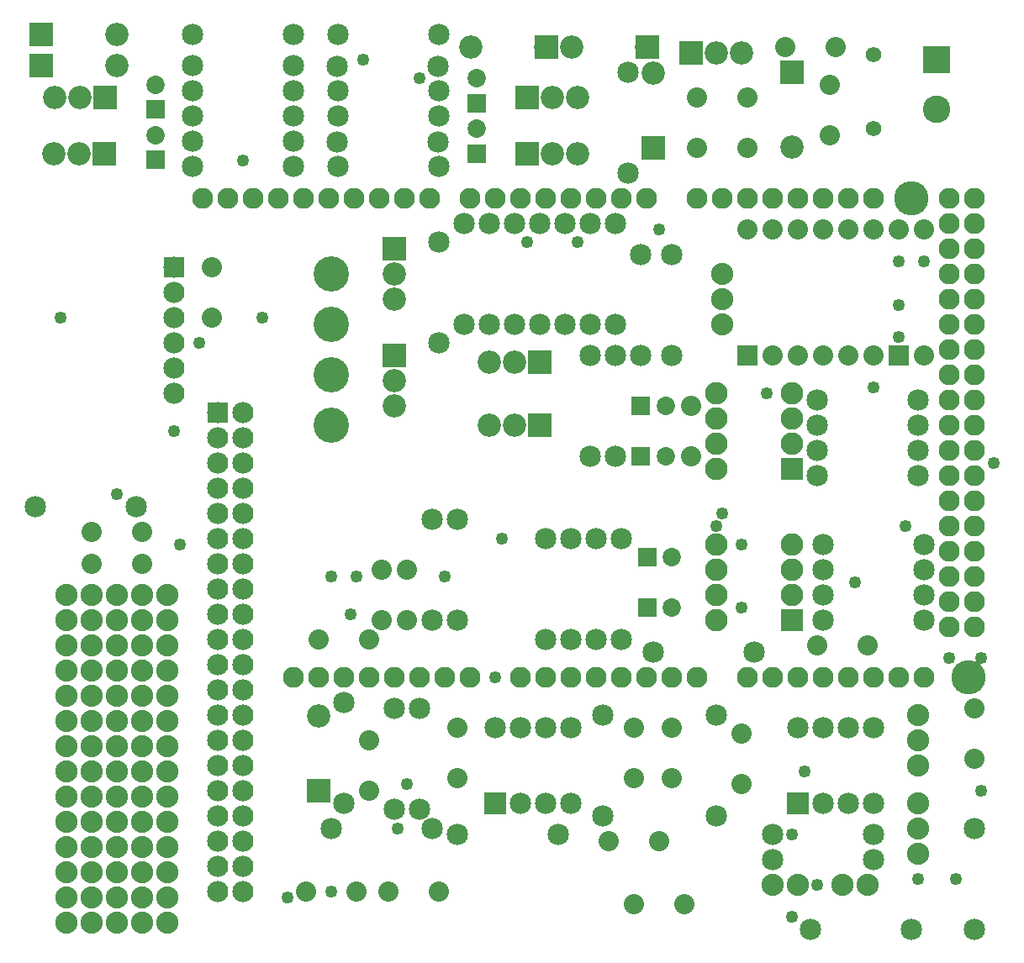
<source format=gts>
G04 MADE WITH FRITZING*
G04 WWW.FRITZING.ORG*
G04 DOUBLE SIDED*
G04 HOLES PLATED*
G04 CONTOUR ON CENTER OF CONTOUR VECTOR*
%ASAXBY*%
%FSLAX23Y23*%
%MOIN*%
%OFA0B0*%
%SFA1.0B1.0*%
%ADD10C,0.084000*%
%ADD11C,0.049370*%
%ADD12C,0.085000*%
%ADD13C,0.080000*%
%ADD14C,0.088000*%
%ADD15C,0.140000*%
%ADD16C,0.082917*%
%ADD17C,0.135984*%
%ADD18C,0.092000*%
%ADD19C,0.061496*%
%ADD20C,0.089370*%
%ADD21C,0.072992*%
%ADD22C,0.109055*%
%ADD23R,0.084000X0.084000*%
%ADD24R,0.080000X0.080000*%
%ADD25R,0.085000X0.085000*%
%ADD26R,0.092000X0.092000*%
%ADD27R,0.089370X0.089370*%
%ADD28R,0.072992X0.072992*%
%ADD29R,0.109055X0.109055*%
%LNMASK1*%
G90*
G70*
G54D10*
X616Y2853D03*
X616Y2753D03*
X616Y2653D03*
X616Y2553D03*
X616Y2453D03*
X616Y2353D03*
G54D11*
X1366Y3678D03*
X3691Y1303D03*
X3816Y1303D03*
G54D12*
X2416Y3628D03*
X2416Y3228D03*
G54D11*
X3491Y2878D03*
X3491Y2703D03*
X3491Y2578D03*
X3066Y603D03*
X3116Y853D03*
X3591Y2878D03*
X2216Y2953D03*
X2016Y2953D03*
X966Y2653D03*
X716Y2553D03*
X391Y1953D03*
X616Y2203D03*
X641Y1753D03*
X2866Y1753D03*
X2966Y2353D03*
X3391Y2378D03*
X1502Y628D03*
G54D13*
X3591Y3003D03*
X3591Y2503D03*
X3491Y3003D03*
X3491Y2503D03*
X3391Y3003D03*
X3391Y2503D03*
X3291Y3003D03*
X3291Y2503D03*
X3191Y3003D03*
X3191Y2503D03*
X3091Y3003D03*
X3091Y2503D03*
X2991Y3003D03*
X2991Y2503D03*
X2891Y3003D03*
X2891Y2503D03*
G54D11*
X3866Y2078D03*
X1591Y3603D03*
X3166Y403D03*
X3716Y428D03*
X3816Y778D03*
X891Y3278D03*
X1541Y803D03*
X1891Y1228D03*
G54D12*
X3791Y228D03*
X3791Y628D03*
X3141Y228D03*
X3541Y228D03*
G54D14*
X191Y1553D03*
X291Y1553D03*
X391Y1553D03*
X491Y1553D03*
X591Y1553D03*
X191Y253D03*
X291Y253D03*
X391Y253D03*
X491Y253D03*
X591Y253D03*
X191Y853D03*
X191Y1153D03*
X191Y353D03*
X291Y353D03*
X391Y353D03*
X491Y353D03*
X591Y353D03*
X191Y1353D03*
X191Y1253D03*
X191Y1053D03*
X191Y753D03*
X191Y453D03*
X191Y953D03*
X191Y1453D03*
X191Y653D03*
X191Y553D03*
X291Y853D03*
X291Y1153D03*
X291Y1353D03*
X291Y1253D03*
X291Y1053D03*
X291Y753D03*
X291Y453D03*
X291Y953D03*
X291Y1453D03*
X291Y653D03*
X291Y553D03*
X391Y853D03*
X391Y1153D03*
X391Y1353D03*
X391Y1253D03*
X391Y1053D03*
X391Y753D03*
X391Y453D03*
X391Y953D03*
X391Y1453D03*
X391Y653D03*
X391Y553D03*
X491Y853D03*
X491Y1153D03*
X491Y1353D03*
X491Y1253D03*
X491Y1053D03*
X491Y753D03*
X491Y453D03*
X491Y953D03*
X491Y1453D03*
X491Y653D03*
X491Y553D03*
X591Y453D03*
X591Y553D03*
X591Y653D03*
X591Y753D03*
X591Y853D03*
X591Y953D03*
X591Y1053D03*
X591Y1153D03*
X591Y1253D03*
X591Y1353D03*
X591Y1453D03*
G54D12*
X1891Y728D03*
X1891Y1028D03*
X1991Y728D03*
X1991Y1028D03*
X2091Y728D03*
X2091Y1028D03*
X2191Y728D03*
X2191Y1028D03*
G54D15*
X1241Y2628D03*
X1241Y2828D03*
X1241Y2428D03*
X1241Y2228D03*
X1241Y2628D03*
X1241Y2828D03*
X1241Y2428D03*
X1241Y2228D03*
G54D11*
X1316Y1478D03*
X3316Y1603D03*
X2866Y1503D03*
X1916Y1778D03*
X1691Y1628D03*
X1241Y378D03*
X1066Y353D03*
X166Y2653D03*
X3566Y428D03*
X2541Y3003D03*
X3066Y278D03*
X2791Y1878D03*
X2766Y1828D03*
X1241Y1628D03*
X1341Y1628D03*
X3516Y1828D03*
G54D12*
X3091Y728D03*
X3091Y1028D03*
X3191Y728D03*
X3191Y1028D03*
X3291Y728D03*
X3291Y1028D03*
X3391Y728D03*
X3391Y1028D03*
G54D10*
X891Y2278D03*
X891Y2178D03*
X891Y2078D03*
X891Y1978D03*
X891Y1878D03*
X891Y1778D03*
X891Y1678D03*
X891Y1578D03*
X891Y1478D03*
X891Y1378D03*
X891Y1278D03*
X891Y1178D03*
X891Y1078D03*
X891Y978D03*
X891Y878D03*
X891Y778D03*
X891Y678D03*
X891Y578D03*
X891Y478D03*
X891Y378D03*
X791Y2278D03*
X791Y2178D03*
X791Y2078D03*
X791Y1978D03*
X791Y1878D03*
X791Y1778D03*
X791Y1678D03*
X791Y1578D03*
X791Y1478D03*
X791Y1378D03*
X791Y1278D03*
X791Y1178D03*
X791Y1078D03*
X791Y978D03*
X791Y878D03*
X791Y778D03*
X791Y678D03*
X791Y578D03*
X791Y478D03*
X791Y378D03*
G54D16*
X2991Y1228D03*
X1391Y1228D03*
X3091Y1228D03*
X3191Y1228D03*
X3291Y1228D03*
X3391Y1228D03*
X3691Y2628D03*
X3491Y1228D03*
X3591Y1228D03*
X1431Y3128D03*
X1991Y1228D03*
X2091Y1228D03*
X2191Y1228D03*
X2291Y1228D03*
X3691Y1828D03*
X2391Y1228D03*
X2491Y1228D03*
X2591Y1228D03*
X2691Y1228D03*
X2191Y3128D03*
X3691Y3028D03*
X3691Y2228D03*
X3691Y1428D03*
X1031Y3128D03*
X1791Y1228D03*
X1791Y3128D03*
X3691Y2828D03*
X3691Y2428D03*
X3691Y2028D03*
X3391Y3128D03*
X3691Y1628D03*
X3291Y3128D03*
X3191Y3128D03*
X3091Y3128D03*
X2991Y3128D03*
X2891Y3128D03*
X2791Y3128D03*
X2691Y3128D03*
X831Y3128D03*
X1231Y3128D03*
X1631Y3128D03*
X1191Y1228D03*
X1591Y1228D03*
X2391Y3128D03*
X1991Y3128D03*
X3691Y3128D03*
X3691Y2928D03*
X3691Y2728D03*
X3691Y2528D03*
X3691Y2328D03*
X3691Y2128D03*
X3691Y1928D03*
X3691Y1728D03*
X3691Y1528D03*
X731Y3128D03*
X931Y3128D03*
X1131Y3128D03*
X1331Y3128D03*
X1531Y3128D03*
X1091Y1228D03*
X1291Y1228D03*
X1491Y1228D03*
X1691Y1228D03*
X2491Y3128D03*
X2291Y3128D03*
X2091Y3128D03*
X1891Y3128D03*
X3791Y3128D03*
X3791Y3028D03*
X3791Y2928D03*
X3791Y2828D03*
X3791Y2728D03*
X3791Y2628D03*
X3791Y2528D03*
X3791Y2428D03*
X3791Y2328D03*
X3791Y2228D03*
X3791Y2128D03*
X3791Y2028D03*
X3791Y1928D03*
X3791Y1828D03*
X3791Y1728D03*
X3791Y1628D03*
X3791Y1528D03*
X3791Y1428D03*
X2891Y1228D03*
G54D17*
X3766Y1228D03*
X3541Y3128D03*
G54D18*
X1491Y2503D03*
X1491Y2403D03*
X1491Y2303D03*
X2066Y2478D03*
X1966Y2478D03*
X1866Y2478D03*
X1491Y2928D03*
X1491Y2828D03*
X1491Y2728D03*
X2066Y2228D03*
X1966Y2228D03*
X1866Y2228D03*
G54D13*
X1191Y1378D03*
X1391Y1378D03*
G54D12*
X1291Y728D03*
X1291Y1128D03*
G54D18*
X2516Y3328D03*
X2516Y3626D03*
G54D12*
X466Y1903D03*
X66Y1903D03*
G54D14*
X3566Y528D03*
X3566Y628D03*
X3566Y728D03*
X3566Y1078D03*
X3566Y978D03*
X3566Y878D03*
X2791Y2828D03*
X2791Y2728D03*
X2791Y2628D03*
G54D12*
X2991Y603D03*
X3391Y603D03*
X2991Y503D03*
X3391Y503D03*
G54D14*
X2991Y403D03*
X3091Y403D03*
X3266Y403D03*
X3366Y403D03*
G54D12*
X3591Y1453D03*
X3191Y1453D03*
X2366Y3028D03*
X2366Y2628D03*
X2266Y3028D03*
X2266Y2628D03*
X3566Y2028D03*
X3166Y2028D03*
X3591Y1753D03*
X3191Y1753D03*
X2166Y3028D03*
X2166Y2628D03*
X1666Y2953D03*
X1666Y2553D03*
X3566Y2328D03*
X3166Y2328D03*
G54D18*
X2666Y3703D03*
X2766Y3703D03*
X2866Y3703D03*
G54D13*
X3041Y3728D03*
X3241Y3728D03*
X2891Y3528D03*
X2891Y3328D03*
X3216Y3378D03*
X3216Y3578D03*
X2691Y3528D03*
X2691Y3328D03*
G54D18*
X3066Y3628D03*
X3066Y3330D03*
G54D19*
X3391Y3403D03*
X3391Y3698D03*
X3391Y3403D03*
X3391Y3698D03*
G54D20*
X3066Y1453D03*
X2766Y1453D03*
X3066Y1553D03*
X2766Y1553D03*
X3066Y1653D03*
X2766Y1653D03*
X3066Y1753D03*
X2766Y1753D03*
X3066Y2053D03*
X2766Y2053D03*
X3066Y2153D03*
X2766Y2153D03*
X3066Y2253D03*
X2766Y2253D03*
X3066Y2353D03*
X2766Y2353D03*
G54D12*
X3591Y1553D03*
X3191Y1553D03*
X1866Y3028D03*
X1866Y2628D03*
X1966Y3028D03*
X1966Y2628D03*
X3566Y2128D03*
X3166Y2128D03*
X3591Y1653D03*
X3191Y1653D03*
X2066Y3028D03*
X2066Y2628D03*
X1766Y3028D03*
X1766Y2628D03*
X3566Y2228D03*
X3166Y2228D03*
G54D13*
X3366Y1353D03*
X3166Y1353D03*
G54D12*
X2091Y1378D03*
X2091Y1778D03*
G54D13*
X2666Y2103D03*
X2666Y2303D03*
G54D12*
X2591Y2503D03*
X2591Y2903D03*
X2191Y1778D03*
X2191Y1378D03*
X2466Y2903D03*
X2466Y2503D03*
X2391Y1778D03*
X2391Y1378D03*
X2266Y2103D03*
X2266Y2503D03*
X2291Y1778D03*
X2291Y1378D03*
X2366Y2103D03*
X2366Y2503D03*
G54D21*
X2493Y1703D03*
X2591Y1703D03*
X2468Y2303D03*
X2566Y2303D03*
X2493Y1503D03*
X2591Y1503D03*
X2468Y2103D03*
X2566Y2103D03*
G54D12*
X1741Y1853D03*
X1741Y1453D03*
X2141Y603D03*
X1741Y603D03*
X1641Y628D03*
X1241Y628D03*
G54D13*
X1741Y828D03*
X1741Y1028D03*
X1666Y378D03*
X1466Y378D03*
X1391Y778D03*
X1391Y978D03*
X1341Y378D03*
X1141Y378D03*
G54D12*
X1591Y703D03*
X1591Y1103D03*
X1491Y703D03*
X1491Y1103D03*
G54D18*
X1191Y778D03*
X1191Y1076D03*
G54D13*
X2866Y803D03*
X2866Y1003D03*
X291Y1678D03*
X491Y1678D03*
X2441Y828D03*
X2441Y1028D03*
X766Y2853D03*
X766Y2653D03*
X291Y1803D03*
X491Y1803D03*
X2341Y578D03*
X2541Y578D03*
X2641Y328D03*
X2441Y328D03*
G54D12*
X2766Y678D03*
X2766Y1078D03*
X2316Y678D03*
X2316Y1078D03*
X2916Y1328D03*
X2516Y1328D03*
G54D13*
X1441Y1453D03*
X1441Y1653D03*
X2591Y828D03*
X2591Y1028D03*
X3791Y1103D03*
X3791Y903D03*
X1541Y1653D03*
X1541Y1453D03*
G54D12*
X1641Y1853D03*
X1641Y1453D03*
X1091Y3253D03*
X691Y3253D03*
X1266Y3253D03*
X1666Y3253D03*
X1091Y3553D03*
X691Y3553D03*
X1266Y3553D03*
X1666Y3553D03*
G54D21*
X542Y3281D03*
X542Y3379D03*
X1816Y3305D03*
X1816Y3403D03*
X542Y3481D03*
X542Y3579D03*
X1816Y3505D03*
X1816Y3603D03*
G54D18*
X91Y3653D03*
X389Y3653D03*
X2091Y3728D03*
X1793Y3728D03*
X91Y3778D03*
X389Y3778D03*
X2491Y3728D03*
X2193Y3728D03*
X341Y3303D03*
X241Y3303D03*
X141Y3303D03*
X2016Y3303D03*
X2116Y3303D03*
X2216Y3303D03*
X342Y3529D03*
X242Y3529D03*
X142Y3529D03*
X2016Y3528D03*
X2116Y3528D03*
X2216Y3528D03*
G54D12*
X1091Y3353D03*
X691Y3353D03*
X1265Y3352D03*
X1665Y3352D03*
X1091Y3653D03*
X691Y3653D03*
X1265Y3652D03*
X1665Y3652D03*
X1091Y3453D03*
X691Y3453D03*
X1266Y3453D03*
X1666Y3453D03*
X1091Y3778D03*
X691Y3778D03*
X1266Y3778D03*
X1666Y3778D03*
G54D22*
X3641Y3678D03*
X3641Y3481D03*
G54D23*
X616Y2853D03*
G54D24*
X2891Y2503D03*
X3491Y2503D03*
G54D25*
X1891Y728D03*
X3091Y728D03*
G54D23*
X791Y2278D03*
G54D26*
X1491Y2503D03*
X2066Y2478D03*
X1491Y2928D03*
X2066Y2228D03*
X2516Y3327D03*
X2666Y3703D03*
X3066Y3629D03*
G54D27*
X3066Y1453D03*
X3066Y2053D03*
G54D28*
X2493Y1703D03*
X2468Y2303D03*
X2493Y1503D03*
X2468Y2103D03*
G54D26*
X1191Y777D03*
G54D28*
X542Y3281D03*
X1816Y3305D03*
X542Y3481D03*
X1816Y3505D03*
G54D26*
X90Y3653D03*
X2092Y3728D03*
X90Y3778D03*
X2492Y3728D03*
X341Y3303D03*
X2016Y3303D03*
X342Y3529D03*
X2016Y3528D03*
G54D29*
X3641Y3678D03*
G04 End of Mask1*
M02*
</source>
